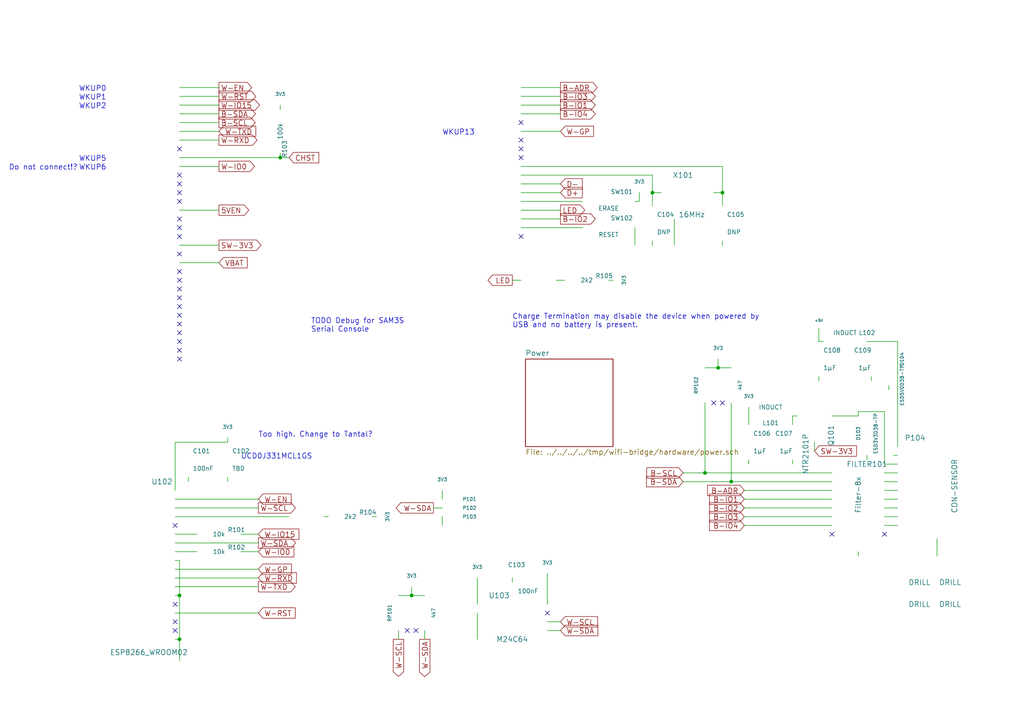
<source format=kicad_sch>
(kicad_sch (version 20230121) (generator eeschema)
  (paper "A4")
  (title_block (title "WIFI Bridge") (date "Mi 09 Sep 2015") (rev "1.0") (company "Tinkerforge GmbH") (comment 1 "Licensed under CERN OHL v.1.1") (comment 2 "Copyright (©) 2015, B.Nordmeyer <bastian@tinkerforge.com>"))
  (lib_symbols)
  (junction (at 119.38 172.72))
  (junction (at 212.09 139.7))
  (junction (at 208.28 106.68))
  (junction (at 52.07 185.42))
  (junction (at 52.07 172.72))
  (junction (at 209.55 55.88))
  (junction (at 204.47 137.16))
  (junction (at 189.23 55.88))
  (junction (at 81.28 45.72))
  (no_connect (at 151.13 43.18))
  (no_connect (at 207.01 116.84))
  (no_connect (at 52.07 91.44))
  (no_connect (at 52.07 43.18))
  (no_connect (at 158.75 177.8))
  (no_connect (at 120.65 182.88))
  (no_connect (at 52.07 55.88))
  (no_connect (at 52.07 68.58))
  (no_connect (at 50.8 175.26))
  (no_connect (at 50.8 180.34))
  (no_connect (at 52.07 50.8))
  (no_connect (at 151.13 45.72))
  (no_connect (at 151.13 35.56))
  (no_connect (at 52.07 58.42))
  (no_connect (at 52.07 99.06))
  (no_connect (at 151.13 40.64))
  (no_connect (at 52.07 101.6))
  (no_connect (at 50.8 182.88))
  (no_connect (at 52.07 96.52))
  (no_connect (at 52.07 53.34))
  (no_connect (at 52.07 78.74))
  (no_connect (at 52.07 93.98))
  (no_connect (at 52.07 81.28))
  (no_connect (at 52.07 83.82))
  (no_connect (at 256.54 154.94))
  (no_connect (at 52.07 104.14))
  (no_connect (at 50.8 152.4))
  (no_connect (at 209.55 116.84))
  (no_connect (at 52.07 86.36))
  (no_connect (at 52.07 73.66))
  (no_connect (at 52.07 88.9))
  (no_connect (at 241.3 154.94))
  (no_connect (at 118.11 182.88))
  (no_connect (at 52.07 66.04))
  (no_connect (at 52.07 63.5))
  (no_connect (at 151.13 68.58))
  (wire (pts (xy 198.12 139.7) (xy 212.09 139.7)))
  (wire (pts (xy 212.09 139.7) (xy 241.3 139.7)))
  (wire (pts (xy 138.43 177.8) (xy 138.43 185.42)))
  (wire (pts (xy 52.07 40.64) (xy 63.5 40.64)))
  (wire (pts (xy 52.07 35.56) (xy 63.5 35.56)))
  (wire (pts (xy 123.19 185.42) (xy 123.19 182.88)))
  (wire (pts (xy 162.56 55.88) (xy 151.13 55.88)))
  (wire (pts (xy 271.78 156.21) (xy 271.78 161.29)))
  (wire (pts (xy 151.13 66.04) (xy 168.91 66.04)))
  (wire (pts (xy 151.13 48.26) (xy 209.55 48.26)))
  (wire (pts (xy 50.8 142.24) (xy 50.8 128.27)))
  (wire (pts (xy 168.91 58.42) (xy 151.13 58.42)))
  (wire (pts (xy 74.93 144.78) (xy 50.8 144.78)))
  (wire (pts (xy 215.9 147.32) (xy 241.3 147.32)))
  (wire (pts (xy 212.09 116.84) (xy 212.09 139.7)))
  (wire (pts (xy 191.77 55.88) (xy 189.23 55.88)))
  (wire (pts (xy 57.15 160.02) (xy 50.8 160.02)))
  (wire (pts (xy 74.93 177.8) (xy 50.8 177.8)))
  (wire (pts (xy 151.13 25.4) (xy 162.56 25.4)))
  (wire (pts (xy 66.04 138.43) (xy 66.04 139.7)))
  (wire (pts (xy 256.54 142.24) (xy 260.35 142.24)))
  (wire (pts (xy 50.8 128.27) (xy 66.04 128.27)))
  (wire (pts (xy 52.07 172.72) (xy 52.07 185.42)))
  (wire (pts (xy 251.46 133.35) (xy 251.46 132.08)))
  (wire (pts (xy 52.07 25.4) (xy 63.5 25.4)))
  (wire (pts (xy 74.93 165.1) (xy 50.8 165.1)))
  (wire (pts (xy 189.23 71.12) (xy 189.23 69.85)))
  (wire (pts (xy 52.07 185.42) (xy 52.07 191.77)))
  (wire (pts (xy 81.28 31.75) (xy 81.28 30.48)))
  (wire (pts (xy 52.07 162.56) (xy 52.07 172.72)))
  (wire (pts (xy 50.8 185.42) (xy 52.07 185.42)))
  (wire (pts (xy 50.8 167.64) (xy 74.93 167.64)))
  (wire (pts (xy 229.87 120.65) (xy 231.14 120.65)))
  (wire (pts (xy 217.17 118.11) (xy 217.17 123.19)))
  (wire (pts (xy 74.93 157.48) (xy 50.8 157.48)))
  (wire (pts (xy 52.07 60.96) (xy 63.5 60.96)))
  (wire (pts (xy 52.07 48.26) (xy 63.5 48.26)))
  (wire (pts (xy 256.54 152.4) (xy 260.35 152.4)))
  (wire (pts (xy 63.5 27.94) (xy 52.07 27.94)))
  (wire (pts (xy 128.27 147.32) (xy 125.73 147.32)))
  (wire (pts (xy 248.92 120.65) (xy 248.92 119.38)))
  (wire (pts (xy 260.35 149.86) (xy 256.54 149.86)))
  (wire (pts (xy 151.13 30.48) (xy 162.56 30.48)))
  (wire (pts (xy 241.3 144.78) (xy 215.9 144.78)))
  (wire (pts (xy 241.3 120.65) (xy 248.92 120.65)))
  (wire (pts (xy 241.3 149.86) (xy 215.9 149.86)))
  (wire (pts (xy 151.13 50.8) (xy 189.23 50.8)))
  (wire (pts (xy 54.61 139.7) (xy 54.61 138.43)))
  (wire (pts (xy 229.87 134.62) (xy 229.87 133.35)))
  (wire (pts (xy 119.38 172.72) (xy 123.19 172.72)))
  (wire (pts (xy 151.13 27.94) (xy 162.56 27.94)))
  (wire (pts (xy 52.07 45.72) (xy 81.28 45.72)))
  (wire (pts (xy 204.47 106.68) (xy 208.28 106.68)))
  (wire (pts (xy 52.07 76.2) (xy 63.5 76.2)))
  (wire (pts (xy 260.35 99.06) (xy 260.35 129.54)))
  (wire (pts (xy 50.8 162.56) (xy 52.07 162.56)))
  (wire (pts (xy 198.12 137.16) (xy 204.47 137.16)))
  (wire (pts (xy 115.57 185.42) (xy 115.57 182.88)))
  (wire (pts (xy 148.59 168.91) (xy 148.59 167.64)))
  (wire (pts (xy 260.35 139.7) (xy 256.54 139.7)))
  (wire (pts (xy 66.04 128.27) (xy 66.04 127)))
  (wire (pts (xy 248.92 119.38) (xy 256.54 119.38)))
  (wire (pts (xy 52.07 30.48) (xy 63.5 30.48)))
  (wire (pts (xy 128.27 149.86) (xy 128.27 152.4)))
  (wire (pts (xy 209.55 48.26) (xy 209.55 55.88)))
  (wire (pts (xy 256.54 134.62) (xy 260.35 134.62)))
  (wire (pts (xy 215.9 152.4) (xy 241.3 152.4)))
  (wire (pts (xy 204.47 116.84) (xy 204.47 137.16)))
  (wire (pts (xy 151.13 60.96) (xy 162.56 60.96)))
  (wire (pts (xy 184.15 66.04) (xy 184.15 71.12)))
  (wire (pts (xy 184.15 58.42) (xy 185.42 58.42)))
  (wire (pts (xy 158.75 166.37) (xy 158.75 175.26)))
  (wire (pts (xy 257.81 113.03) (xy 257.81 111.76)))
  (wire (pts (xy 74.93 170.18) (xy 50.8 170.18)))
  (wire (pts (xy 251.46 99.06) (xy 260.35 99.06)))
  (wire (pts (xy 256.54 119.38) (xy 256.54 134.62)))
  (wire (pts (xy 176.53 81.28) (xy 177.8 81.28)))
  (wire (pts (xy 208.28 104.14) (xy 208.28 106.68)))
  (wire (pts (xy 151.13 63.5) (xy 162.56 63.5)))
  (wire (pts (xy 207.01 55.88) (xy 209.55 55.88)))
  (wire (pts (xy 256.54 147.32) (xy 260.35 147.32)))
  (wire (pts (xy 209.55 55.88) (xy 209.55 59.69)))
  (wire (pts (xy 107.95 149.86) (xy 109.22 149.86)))
  (wire (pts (xy 237.49 95.25) (xy 237.49 99.06)))
  (wire (pts (xy 256.54 137.16) (xy 260.35 137.16)))
  (wire (pts (xy 209.55 71.12) (xy 209.55 69.85)))
  (wire (pts (xy 74.93 160.02) (xy 69.85 160.02)))
  (wire (pts (xy 148.59 81.28) (xy 151.13 81.28)))
  (wire (pts (xy 259.08 132.08) (xy 260.35 132.08)))
  (wire (pts (xy 138.43 167.64) (xy 138.43 175.26)))
  (wire (pts (xy 128.27 144.78) (xy 128.27 142.24)))
  (wire (pts (xy 162.56 182.88) (xy 158.75 182.88)))
  (wire (pts (xy 204.47 137.16) (xy 241.3 137.16)))
  (wire (pts (xy 52.07 33.02) (xy 63.5 33.02)))
  (wire (pts (xy 52.07 71.12) (xy 63.5 71.12)))
  (wire (pts (xy 69.85 154.94) (xy 74.93 154.94)))
  (wire (pts (xy 158.75 180.34) (xy 162.56 180.34)))
  (wire (pts (xy 93.98 149.86) (xy 95.25 149.86)))
  (wire (pts (xy 119.38 170.18) (xy 119.38 172.72)))
  (wire (pts (xy 185.42 58.42) (xy 185.42 55.88)))
  (wire (pts (xy 81.28 44.45) (xy 81.28 45.72)))
  (wire (pts (xy 74.93 147.32) (xy 50.8 147.32)))
  (wire (pts (xy 237.49 99.06) (xy 238.76 99.06)))
  (wire (pts (xy 260.35 144.78) (xy 256.54 144.78)))
  (wire (pts (xy 50.8 149.86) (xy 83.82 149.86)))
  (wire (pts (xy 81.28 45.72) (xy 83.82 45.72)))
  (wire (pts (xy 236.22 130.81) (xy 236.22 128.27)))
  (wire (pts (xy 115.57 172.72) (xy 119.38 172.72)))
  (wire (pts (xy 50.8 172.72) (xy 52.07 172.72)))
  (wire (pts (xy 215.9 142.24) (xy 241.3 142.24)))
  (wire (pts (xy 52.07 38.1) (xy 63.5 38.1)))
  (wire (pts (xy 151.13 53.34) (xy 162.56 53.34)))
  (wire (pts (xy 161.29 81.28) (xy 163.83 81.28)))
  (wire (pts (xy 195.58 71.12) (xy 195.58 63.5)))
  (wire (pts (xy 162.56 33.02) (xy 151.13 33.02)))
  (wire (pts (xy 252.73 110.49) (xy 252.73 109.22)))
  (wire (pts (xy 50.8 154.94) (xy 57.15 154.94)))
  (wire (pts (xy 189.23 55.88) (xy 189.23 59.69)))
  (wire (pts (xy 237.49 110.49) (xy 237.49 109.22)))
  (wire (pts (xy 248.92 161.29) (xy 248.92 160.02)))
  (wire (pts (xy 189.23 50.8) (xy 189.23 55.88)))
  (wire (pts (xy 208.28 106.68) (xy 212.09 106.68)))
  (wire (pts (xy 151.13 38.1) (xy 162.56 38.1)))
  (wire (pts (xy 217.17 134.62) (xy 217.17 133.35)))
  (wire (pts (xy 229.87 123.19) (xy 229.87 120.65)))
  (text "UCD0J331MCL1GS" (at 69.85 133.35 0) (effects (font (size 1.524 1.524)) (justify left bottom)))
  (text "WKUP13" (at 128.27 39.37 0) (effects (font (size 1.524 1.524)) (justify left bottom)))
  (text "WKUP5" (at 22.86 46.99 0) (effects (font (size 1.524 1.524)) (justify left bottom)))
  (text "Charge Termination may disable the device when powered by \nUSB and no battery is present." (at 148.59 95.25 0) (effects (font (size 1.524 1.524)) (justify left bottom)))
  (text "WKUP6" (at 22.86 49.53 0) (effects (font (size 1.524 1.524)) (justify left bottom)))
  (text "Do not connect!?" (at 2.54 49.53 0) (effects (font (size 1.524 1.524)) (justify left bottom)))
  (text "WKUP0" (at 22.86 26.67 0) (effects (font (size 1.524 1.524)) (justify left bottom)))
  (text "Too high. Change to Tantal?" (at 74.93 127 0) (effects (font (size 1.524 1.524)) (justify left bottom)))
  (text "WKUP1" (at 22.86 29.21 0) (effects (font (size 1.524 1.524)) (justify left bottom)))
  (text "TODO Debug for SAM3S\nSerial Console" (at 90.17 96.52 0) (effects (font (size 1.524 1.524)) (justify left bottom)))
  (text "WKUP2" (at 22.86 31.75 0) (effects (font (size 1.524 1.524)) (justify left bottom)))
  (global_label "SW-3V3" (shape input) (at 236.22 130.81 0) (effects (font (size 1.524 1.524))) (property "Intersheetrefs" "${INTERSHEET_REFS}" (effects hide)))
  (global_label "W-RST" (shape input) (at 74.93 177.8 0) (effects (font (size 1.524 1.524))) (property "Intersheetrefs" "${INTERSHEET_REFS}" (effects hide)))
  (global_label "B-ADR" (shape input) (at 215.9 142.24 180) (effects (font (size 1.524 1.524))) (property "Intersheetrefs" "${INTERSHEET_REFS}" (effects hide)))
  (global_label "W-SCL" (shape input) (at 162.56 180.34 0) (effects (font (size 1.524 1.524))) (property "Intersheetrefs" "${INTERSHEET_REFS}" (effects hide)))
  (global_label "W-RST" (shape output) (at 63.5 27.94 0) (effects (font (size 1.524 1.524))) (property "Intersheetrefs" "${INTERSHEET_REFS}" (effects hide)))
  (global_label "W-IO0" (shape input) (at 74.93 160.02 0) (effects (font (size 1.524 1.524))) (property "Intersheetrefs" "${INTERSHEET_REFS}" (effects hide)))
  (global_label "W-SDA" (shape output) (at 123.19 185.42 270) (effects (font (size 1.524 1.524))) (property "Intersheetrefs" "${INTERSHEET_REFS}" (effects hide)))
  (global_label "B-IO3" (shape output) (at 162.56 27.94 0) (effects (font (size 1.524 1.524))) (property "Intersheetrefs" "${INTERSHEET_REFS}" (effects hide)))
  (global_label "B-IO4" (shape output) (at 162.56 33.02 0) (effects (font (size 1.524 1.524))) (property "Intersheetrefs" "${INTERSHEET_REFS}" (effects hide)))
  (global_label "W-TXD" (shape input) (at 63.5 38.1 0) (effects (font (size 1.524 1.524))) (property "Intersheetrefs" "${INTERSHEET_REFS}" (effects hide)))
  (global_label "W-IO15" (shape output) (at 63.5 30.48 0) (effects (font (size 1.524 1.524))) (property "Intersheetrefs" "${INTERSHEET_REFS}" (effects hide)))
  (global_label "W-RXD" (shape input) (at 74.93 167.64 0) (effects (font (size 1.524 1.524))) (property "Intersheetrefs" "${INTERSHEET_REFS}" (effects hide)))
  (global_label "D-" (shape input) (at 162.56 53.34 0) (effects (font (size 1.524 1.524))) (property "Intersheetrefs" "${INTERSHEET_REFS}" (effects hide)))
  (global_label "W-EN" (shape output) (at 63.5 25.4 0) (effects (font (size 1.524 1.524))) (property "Intersheetrefs" "${INTERSHEET_REFS}" (effects hide)))
  (global_label "B-SCL" (shape input) (at 198.12 137.16 180) (effects (font (size 1.524 1.524))) (property "Intersheetrefs" "${INTERSHEET_REFS}" (effects hide)))
  (global_label "W-EN" (shape input) (at 74.93 144.78 0) (effects (font (size 1.524 1.524))) (property "Intersheetrefs" "${INTERSHEET_REFS}" (effects hide)))
  (global_label "D+" (shape input) (at 162.56 55.88 0) (effects (font (size 1.524 1.524))) (property "Intersheetrefs" "${INTERSHEET_REFS}" (effects hide)))
  (global_label "B-SCL" (shape output) (at 63.5 35.56 0) (effects (font (size 1.524 1.524))) (property "Intersheetrefs" "${INTERSHEET_REFS}" (effects hide)))
  (global_label "W-SCL" (shape output) (at 74.93 147.32 0) (effects (font (size 1.524 1.524))) (property "Intersheetrefs" "${INTERSHEET_REFS}" (effects hide)))
  (global_label "LED" (shape output) (at 148.59 81.28 180) (effects (font (size 1.524 1.524))) (property "Intersheetrefs" "${INTERSHEET_REFS}" (effects hide)))
  (global_label "VBAT" (shape input) (at 63.5 76.2 0) (effects (font (size 1.524 1.524))) (property "Intersheetrefs" "${INTERSHEET_REFS}" (effects hide)))
  (global_label "SW-3V3" (shape output) (at 63.5 71.12 0) (effects (font (size 1.524 1.524))) (property "Intersheetrefs" "${INTERSHEET_REFS}" (effects hide)))
  (global_label "B-IO1" (shape input) (at 215.9 144.78 180) (effects (font (size 1.524 1.524))) (property "Intersheetrefs" "${INTERSHEET_REFS}" (effects hide)))
  (global_label "W-RXD" (shape output) (at 63.5 40.64 0) (effects (font (size 1.524 1.524))) (property "Intersheetrefs" "${INTERSHEET_REFS}" (effects hide)))
  (global_label "B-IO3" (shape input) (at 215.9 149.86 180) (effects (font (size 1.524 1.524))) (property "Intersheetrefs" "${INTERSHEET_REFS}" (effects hide)))
  (global_label "CHST" (shape input) (at 83.82 45.72 0) (effects (font (size 1.524 1.524))) (property "Intersheetrefs" "${INTERSHEET_REFS}" (effects hide)))
  (global_label "W-GP" (shape input) (at 74.93 165.1 0) (effects (font (size 1.524 1.524))) (property "Intersheetrefs" "${INTERSHEET_REFS}" (effects hide)))
  (global_label "B-SDA" (shape input) (at 198.12 139.7 180) (effects (font (size 1.524 1.524))) (property "Intersheetrefs" "${INTERSHEET_REFS}" (effects hide)))
  (global_label "W-IO15" (shape input) (at 74.93 154.94 0) (effects (font (size 1.524 1.524))) (property "Intersheetrefs" "${INTERSHEET_REFS}" (effects hide)))
  (global_label "5VEN" (shape output) (at 63.5 60.96 0) (effects (font (size 1.524 1.524))) (property "Intersheetrefs" "${INTERSHEET_REFS}" (effects hide)))
  (global_label "W-SDA" (shape input) (at 162.56 182.88 0) (effects (font (size 1.524 1.524))) (property "Intersheetrefs" "${INTERSHEET_REFS}" (effects hide)))
  (global_label "W-TXD" (shape output) (at 74.93 170.18 0) (effects (font (size 1.524 1.524))) (property "Intersheetrefs" "${INTERSHEET_REFS}" (effects hide)))
  (global_label "W-SDA" (shape output) (at 125.73 147.32 180) (effects (font (size 1.524 1.524))) (property "Intersheetrefs" "${INTERSHEET_REFS}" (effects hide)))
  (global_label "LED" (shape output) (at 162.56 60.96 0) (effects (font (size 1.524 1.524))) (property "Intersheetrefs" "${INTERSHEET_REFS}" (effects hide)))
  (global_label "B-SDA" (shape output) (at 63.5 33.02 0) (effects (font (size 1.524 1.524))) (property "Intersheetrefs" "${INTERSHEET_REFS}" (effects hide)))
  (global_label "B-IO2" (shape input) (at 215.9 147.32 180) (effects (font (size 1.524 1.524))) (property "Intersheetrefs" "${INTERSHEET_REFS}" (effects hide)))
  (global_label "B-ADR" (shape output) (at 162.56 25.4 0) (effects (font (size 1.524 1.524))) (property "Intersheetrefs" "${INTERSHEET_REFS}" (effects hide)))
  (global_label "B-IO4" (shape input) (at 215.9 152.4 180) (effects (font (size 1.524 1.524))) (property "Intersheetrefs" "${INTERSHEET_REFS}" (effects hide)))
  (global_label "W-GP" (shape input) (at 162.56 38.1 0) (effects (font (size 1.524 1.524))) (property "Intersheetrefs" "${INTERSHEET_REFS}" (effects hide)))
  (global_label "W-IO0" (shape output) (at 63.5 48.26 0) (effects (font (size 1.524 1.524))) (property "Intersheetrefs" "${INTERSHEET_REFS}" (effects hide)))
  (global_label "W-SCL" (shape output) (at 115.57 185.42 270) (effects (font (size 1.524 1.524))) (property "Intersheetrefs" "${INTERSHEET_REFS}" (effects hide)))
  (global_label "W-SDA" (shape output) (at 74.93 157.48 0) (effects (font (size 1.524 1.524))) (property "Intersheetrefs" "${INTERSHEET_REFS}" (effects hide)))
  (global_label "B-IO2" (shape output) (at 162.56 63.5 0) (effects (font (size 1.524 1.524))) (property "Intersheetrefs" "${INTERSHEET_REFS}" (effects hide)))
  (global_label "B-IO1" (shape output) (at 162.56 30.48 0) (effects (font (size 1.524 1.524))) (property "Intersheetrefs" "${INTERSHEET_REFS}" (effects hide)))
  (symbol (lib_id "AT91SAM3SXB") (at 22.86 22.86 0) (unit 1)
    (property "Reference" "U101" (at 24.13 21.59 0) (effects (font (size 1.524 1.524))))
    (property "Value" "AT91SAM3SXB" (at 38.1 21.59 0) (effects (font (size 1.524 1.524))))
    (property "Footprint" "kicad-libraries:LQFP64" (effects hide))
  )
  (symbol (lib_id "AT91SAM3SXB") (at 127 22.86 0) (unit 2)
    (property "Reference" "U101" (at 128.27 21.59 0) (effects (font (size 1.524 1.524))))
    (property "Value" "AT91SAM3SXB" (at 142.24 21.59 0) (effects (font (size 1.524 1.524))))
    (property "Footprint" "kicad-libraries:LQFP64" (effects hide))
  )
  (symbol (lib_id "DRILL") (at 266.7 168.91 0) (unit 1)
    (property "Reference" "U104" (effects hide))
    (property "Value" "DRILL" (at 266.7 168.91 0) (effects (font (size 1.524 1.524))))
    (property "Footprint" "kicad-libraries:DRILL_NP" (effects hide))
  )
  (symbol (lib_id "DRILL") (at 275.59 168.91 0) (unit 1)
    (property "Reference" "U106" (effects hide))
    (property "Value" "DRILL" (at 275.59 168.91 0) (effects (font (size 1.524 1.524))))
    (property "Footprint" "kicad-libraries:DRILL_NP" (effects hide))
  )
  (symbol (lib_id "DRILL") (at 275.59 175.26 0) (unit 1)
    (property "Reference" "U107" (effects hide))
    (property "Value" "DRILL" (at 275.59 175.26 0) (effects (font (size 1.524 1.524))))
    (property "Footprint" "kicad-libraries:DRILL_NP" (effects hide))
  )
  (symbol (lib_id "DRILL") (at 266.7 175.26 0) (unit 1)
    (property "Reference" "U105" (effects hide))
    (property "Value" "DRILL" (at 266.7 175.26 0) (effects (font (size 1.524 1.524))))
    (property "Footprint" "kicad-libraries:DRILL_NP" (effects hide))
  )
  (symbol (lib_id "ESP8266_WROOM02") (at 46.99 163.83 0) (mirror y) (unit 1)
    (property "Reference" "U102" (at 46.99 139.7 0) (effects (font (size 1.524 1.524))))
    (property "Value" "ESP8266_WROOM02" (at 43.18 189.23 0) (effects (font (size 1.524 1.524))))
    (property "Footprint" "kicad-libraries:ESP8266_WROOM02" (effects hide))
  )
  (symbol (lib_id "CON-SENSOR") (at 271.78 140.97 0) (unit 1)
    (property "Reference" "P104" (at 265.43 127 0) (effects (font (size 1.524 1.524))))
    (property "Value" "CON-SENSOR" (at 276.86 140.97 90) (effects (font (size 1.524 1.524))))
    (property "Footprint" "kicad-libraries:CON-SENSOR" (effects hide))
  )
  (symbol (lib_id "Filter-8x") (at 248.92 146.05 0) (mirror y) (unit 1)
    (property "Reference" "FILTER101" (at 251.46 134.62 0) (effects (font (size 1.524 1.524))))
    (property "Value" "Filter-8x" (at 248.92 143.51 90) (effects (font (size 1.524 1.524))))
    (property "Footprint" "kicad-libraries:DFN16-33x135" (effects hide))
  )
  (symbol (lib_id "INDUCT") (at 245.11 99.06 270) (unit 1)
    (property "Reference" "L102" (at 251.46 96.52 90))
    (property "Value" "INDUCT" (at 245.11 96.52 90))
    (property "Footprint" "kicad-libraries:0603E" (effects hide))
  )
  (symbol (lib_id "C") (at 252.73 104.14 0) (unit 1)
    (property "Reference" "C109" (at 247.65 101.6 0) (effects (justify left)))
    (property "Value" "1µF" (at 248.92 106.68 0) (effects (justify left)))
    (property "Footprint" "kicad-libraries:0603E" (effects hide))
  )
  (symbol (lib_id "C") (at 237.49 104.14 0) (unit 1)
    (property "Reference" "C108" (at 238.76 101.6 0) (effects (justify left)))
    (property "Value" "1µF" (at 238.76 106.68 0) (effects (justify left)))
    (property "Footprint" "kicad-libraries:0603E" (effects hide))
  )
  (symbol (lib_id "GND") (at 237.49 110.49 0) (unit 1)
    (property "Reference" "#PWR01" (effects hide))
    (property "Value" "GND" (effects hide))
  )
  (symbol (lib_id "GND") (at 252.73 110.49 0) (unit 1)
    (property "Reference" "#PWR02" (effects hide))
    (property "Value" "GND" (effects hide))
  )
  (symbol (lib_id "+5V") (at 237.49 95.25 0) (unit 1)
    (property "Reference" "#PWR03" (effects hide))
    (property "Value" "+5V" (at 237.49 92.964 0) (effects (font (size 0.762 0.762))))
  )
  (symbol (lib_id "MOS_P") (at 236.22 123.19 270) (mirror x) (unit 1)
    (property "Reference" "Q101" (at 241.046 123.19 0) (effects (font (size 1.524 1.524)) (justify right)))
    (property "Value" "NTR2101P" (at 233.68 125.73 0) (effects (font (size 1.524 1.524)) (justify right)))
    (property "Footprint" "kicad-libraries:SOT23GDS" (effects hide))
  )
  (symbol (lib_id "GND") (at 259.08 132.08 270) (unit 1)
    (property "Reference" "#PWR04" (effects hide))
    (property "Value" "GND" (effects hide))
  )
  (symbol (lib_id "GND") (at 271.78 161.29 0) (unit 1)
    (property "Reference" "#PWR05" (effects hide))
    (property "Value" "GND" (effects hide))
  )
  (symbol (lib_id "C") (at 229.87 128.27 0) (unit 1)
    (property "Reference" "C107" (at 224.79 125.73 0) (effects (justify left)))
    (property "Value" "1µF" (at 226.06 130.81 0) (effects (justify left)))
    (property "Footprint" "kicad-libraries:0603E" (effects hide))
  )
  (symbol (lib_id "INDUCT") (at 223.52 120.65 270) (unit 1)
    (property "Reference" "L101" (at 223.52 122.682 90))
    (property "Value" "INDUCT" (at 223.52 118.11 90))
    (property "Footprint" "kicad-libraries:0603E" (effects hide))
  )
  (symbol (lib_id "C") (at 217.17 128.27 0) (unit 1)
    (property "Reference" "C106" (at 218.44 125.73 0) (effects (justify left)))
    (property "Value" "1µF" (at 218.44 130.81 0) (effects (justify left)))
    (property "Footprint" "kicad-libraries:0603E" (effects hide))
  )
  (symbol (lib_id "GND") (at 217.17 134.62 0) (unit 1)
    (property "Reference" "#PWR06" (effects hide))
    (property "Value" "GND" (effects hide))
  )
  (symbol (lib_id "GND") (at 229.87 134.62 0) (unit 1)
    (property "Reference" "#PWR07" (effects hide))
    (property "Value" "GND" (effects hide))
  )
  (symbol (lib_id "3V3") (at 217.17 118.11 0) (unit 1)
    (property "Reference" "#PWR08" (effects hide))
    (property "Value" "3V3" (at 217.17 114.935 0) (effects (font (size 1.016 1.016))))
  )
  (symbol (lib_id "GND") (at 248.92 161.29 0) (unit 1)
    (property "Reference" "#PWR09" (effects hide))
    (property "Value" "GND" (effects hide))
  )
  (symbol (lib_id "CP1") (at 66.04 133.35 0) (unit 1)
    (property "Reference" "C102" (at 67.31 130.81 0) (effects (justify left)))
    (property "Value" "TBD" (at 67.31 135.89 0) (effects (justify left)))
    (property "Footprint" "kicad-libraries:7343" (effects hide))
  )
  (symbol (lib_id "C") (at 54.61 133.35 0) (unit 1)
    (property "Reference" "C101" (at 55.88 130.81 0) (effects (justify left)))
    (property "Value" "100nF" (at 55.88 135.89 0) (effects (justify left)))
    (property "Footprint" "kicad-libraries:0603E" (effects hide))
  )
  (symbol (lib_id "GND") (at 54.61 139.7 0) (unit 1)
    (property "Reference" "#PWR010" (effects hide))
    (property "Value" "GND" (effects hide))
  )
  (symbol (lib_id "GND") (at 66.04 139.7 0) (unit 1)
    (property "Reference" "#PWR011" (effects hide))
    (property "Value" "GND" (effects hide))
  )
  (symbol (lib_id "3V3") (at 66.04 127 0) (unit 1)
    (property "Reference" "#PWR012" (effects hide))
    (property "Value" "3V3" (at 66.04 123.825 0) (effects (font (size 1.016 1.016))))
  )
  (symbol (lib_id "GND") (at 52.07 191.77 0) (unit 1)
    (property "Reference" "#PWR013" (effects hide))
    (property "Value" "GND" (effects hide))
  )
  (symbol (lib_id "R") (at 63.5 160.02 270) (unit 1)
    (property "Reference" "R102" (at 68.58 158.75 90))
    (property "Value" "10k" (at 63.5 160.02 90))
    (property "Footprint" "kicad-libraries:0603E" (effects hide))
  )
  (symbol (lib_id "R") (at 63.5 154.94 270) (unit 1)
    (property "Reference" "R101" (at 68.58 153.67 90))
    (property "Value" "10k" (at 63.5 154.94 90))
    (property "Footprint" "kicad-libraries:0603E" (effects hide))
  )
  (symbol (lib_id "CRYSTAL_3225") (at 199.39 55.88 0) (unit 1)
    (property "Reference" "X101" (at 198.12 50.8 0) (effects (font (size 1.524 1.524))))
    (property "Value" "16MHz" (at 200.66 62.23 0) (effects (font (size 1.524 1.524))))
    (property "Footprint" "kicad-libraries:CRYSTAL_3225" (effects hide))
  )
  (symbol (lib_id "C") (at 189.23 64.77 0) (unit 1)
    (property "Reference" "C104" (at 190.5 62.23 0) (effects (justify left)))
    (property "Value" "DNP" (at 190.5 67.31 0) (effects (justify left)))
    (property "Footprint" "kicad-libraries:0603E" (effects hide))
  )
  (symbol (lib_id "C") (at 209.55 64.77 0) (unit 1)
    (property "Reference" "C105" (at 210.82 62.23 0) (effects (justify left)))
    (property "Value" "DNP" (at 210.82 67.31 0) (effects (justify left)))
    (property "Footprint" "kicad-libraries:0603E" (effects hide))
  )
  (symbol (lib_id "GND") (at 189.23 71.12 0) (unit 1)
    (property "Reference" "#PWR014" (effects hide))
    (property "Value" "GND" (effects hide))
  )
  (symbol (lib_id "GND") (at 209.55 71.12 0) (unit 1)
    (property "Reference" "#PWR015" (effects hide))
    (property "Value" "GND" (effects hide))
  )
  (symbol (lib_id "GND") (at 195.58 71.12 0) (unit 1)
    (property "Reference" "#PWR016" (effects hide))
    (property "Value" "GND" (effects hide))
  )
  (symbol (lib_id "TACT-SWITCH") (at 176.53 66.04 0) (unit 1)
    (property "Reference" "SW102" (at 180.34 63.246 0))
    (property "Value" "RESET" (at 176.53 68.072 0))
    (property "Footprint" "kicad-libraries:TACT-SWITCH" (effects hide))
  )
  (symbol (lib_id "TACT-SWITCH") (at 176.53 58.42 0) (unit 1)
    (property "Reference" "SW101" (at 180.34 55.626 0))
    (property "Value" "ERASE" (at 176.53 60.452 0))
    (property "Footprint" "kicad-libraries:TACT-SWITCH" (effects hide))
  )
  (symbol (lib_id "GND") (at 184.15 71.12 0) (unit 1)
    (property "Reference" "#PWR017" (effects hide))
    (property "Value" "GND" (effects hide))
  )
  (symbol (lib_id "CAT24C") (at 148.59 185.42 0) (unit 1)
    (property "Reference" "U103" (at 144.78 172.72 0) (effects (font (size 1.524 1.524))))
    (property "Value" "M24C64" (at 148.59 185.42 0) (effects (font (size 1.524 1.524))))
    (property "Footprint" "kicad-libraries:SOIC8" (effects hide))
  )
  (symbol (lib_id "GND") (at 138.43 185.42 0) (unit 1)
    (property "Reference" "#PWR018" (effects hide))
    (property "Value" "GND" (effects hide))
  )
  (symbol (lib_id "C") (at 153.67 167.64 90) (unit 1)
    (property "Reference" "C103" (at 152.4 163.83 90) (effects (justify left)))
    (property "Value" "100nF" (at 156.21 171.45 90) (effects (justify left)))
    (property "Footprint" "kicad-libraries:0603E" (effects hide))
  )
  (symbol (lib_id "GND") (at 148.59 168.91 0) (unit 1)
    (property "Reference" "#PWR019" (effects hide))
    (property "Value" "GND" (effects hide))
  )
  (symbol (lib_id "3V3") (at 158.75 166.37 0) (unit 1)
    (property "Reference" "#PWR020" (effects hide))
    (property "Value" "3V3" (at 158.75 163.195 0) (effects (font (size 1.016 1.016))))
  )
  (symbol (lib_id "R_PACK4") (at 124.46 177.8 90) (mirror x) (unit 1)
    (property "Reference" "RP101" (at 113.03 177.8 0) (effects (font (size 1.016 1.016))))
    (property "Value" "4k7" (at 125.73 177.8 0) (effects (font (size 1.016 1.016))))
    (property "Footprint" "kicad-libraries:0603X4" (effects hide))
  )
  (symbol (lib_id "3V3") (at 119.38 170.18 0) (unit 1)
    (property "Reference" "#PWR021" (effects hide))
    (property "Value" "3V3" (at 119.38 167.005 0) (effects (font (size 1.016 1.016))))
  )
  (symbol (lib_id "LED") (at 88.9 149.86 180) (unit 1)
    (property "Reference" "D101" (at 88.9 152.4 0))
    (property "Value" "LED" (at 88.9 147.32 0))
    (property "Footprint" "kicad-libraries:0603E" (effects hide))
  )
  (symbol (lib_id "R") (at 101.6 149.86 270) (unit 1)
    (property "Reference" "R104" (at 106.68 148.59 90))
    (property "Value" "2k2" (at 101.6 149.86 90))
    (property "Footprint" "kicad-libraries:0603E" (effects hide))
  )
  (symbol (lib_id "3V3") (at 109.22 149.86 270) (unit 1)
    (property "Reference" "#PWR022" (effects hide))
    (property "Value" "3V3" (at 112.395 149.86 0) (effects (font (size 1.016 1.016))))
  )
  (symbol (lib_id "R_PACK4") (at 213.36 111.76 90) (mirror x) (unit 1)
    (property "Reference" "RP102" (at 201.93 111.76 0) (effects (font (size 1.016 1.016))))
    (property "Value" "4k7" (at 214.63 111.76 0) (effects (font (size 1.016 1.016))))
    (property "Footprint" "kicad-libraries:0603X4" (effects hide))
  )
  (symbol (lib_id "3V3") (at 208.28 104.14 0) (unit 1)
    (property "Reference" "#PWR023" (effects hide))
    (property "Value" "3V3" (at 208.28 100.965 0) (effects (font (size 1.016 1.016))))
  )
  (symbol (lib_id "3V3") (at 138.43 167.64 0) (unit 1)
    (property "Reference" "#PWR024" (effects hide))
    (property "Value" "3V3" (at 138.43 164.465 0) (effects (font (size 1.016 1.016))))
  )
  (symbol (lib_id "R") (at 81.28 38.1 180) (unit 1)
    (property "Reference" "R103" (at 82.55 43.18 90))
    (property "Value" "100k" (at 81.28 38.1 90))
    (property "Footprint" "kicad-libraries:0603E" (effects hide))
  )
  (symbol (lib_id "3V3") (at 81.28 30.48 0) (unit 1)
    (property "Reference" "#PWR025" (effects hide))
    (property "Value" "3V3" (at 81.28 27.305 0) (effects (font (size 1.016 1.016))))
  )
  (symbol (lib_id "LED") (at 156.21 81.28 180) (unit 1)
    (property "Reference" "D102" (at 156.21 83.82 0))
    (property "Value" "LED" (at 156.21 78.74 0))
    (property "Footprint" "kicad-libraries:0603E" (effects hide))
  )
  (symbol (lib_id "R") (at 170.18 81.28 270) (unit 1)
    (property "Reference" "R105" (at 175.26 80.01 90))
    (property "Value" "2k2" (at 170.18 81.28 90))
    (property "Footprint" "kicad-libraries:0603E" (effects hide))
  )
  (symbol (lib_id "3V3") (at 177.8 81.28 270) (unit 1)
    (property "Reference" "#PWR026" (effects hide))
    (property "Value" "3V3" (at 180.975 81.28 0) (effects (font (size 1.016 1.016))))
  )
  (symbol (lib_id "CONN_1") (at 132.08 144.78 0) (unit 1)
    (property "Reference" "P101" (at 134.112 144.78 0) (effects (font (size 1.016 1.016)) (justify left)))
    (property "Value" "CONN_1" (effects hide))
    (property "Footprint" "kicad-libraries:TSTPT" (effects hide))
  )
  (symbol (lib_id "CONN_1") (at 132.08 147.32 0) (unit 1)
    (property "Reference" "P102" (at 134.112 147.32 0) (effects (font (size 1.016 1.016)) (justify left)))
    (property "Value" "CONN_1" (effects hide))
    (property "Footprint" "kicad-libraries:TSTPT" (effects hide))
  )
  (symbol (lib_id "CONN_1") (at 132.08 149.86 0) (unit 1)
    (property "Reference" "P103" (at 134.112 149.86 0) (effects (font (size 1.016 1.016)) (justify left)))
    (property "Value" "CONN_1" (effects hide))
    (property "Footprint" "kicad-libraries:TSTPT" (effects hide))
  )
  (symbol (lib_id "GND") (at 128.27 152.4 0) (unit 1)
    (property "Reference" "#PWR027" (effects hide))
    (property "Value" "GND" (effects hide))
  )
  (symbol (lib_id "3V3") (at 128.27 142.24 0) (unit 1)
    (property "Reference" "#PWR028" (effects hide))
    (property "Value" "3V3" (at 128.27 139.065 0) (effects (font (size 1.016 1.016))))
  )
  (symbol (lib_id "TVS") (at 257.81 105.41 270) (unit 1)
    (property "Reference" "D104" (at 261.62 104.14 0) (effects (font (size 1.016 1.016))))
    (property "Value" "ESD5V0D3B-TP" (at 261.62 111.76 0) (effects (font (size 1.016 1.016))))
    (property "Footprint" "kicad-libraries:SOD-323" (effects hide))
  )
  (symbol (lib_id "GND") (at 251.46 133.35 0) (unit 1)
    (property "Reference" "#PWR029" (effects hide))
    (property "Value" "GND" (effects hide))
  )
  (symbol (lib_id "GND") (at 257.81 113.03 0) (unit 1)
    (property "Reference" "#PWR030" (effects hide))
    (property "Value" "GND" (effects hide))
  )
  (symbol (lib_id "TVS") (at 251.46 125.73 270) (unit 1)
    (property "Reference" "D103" (at 248.92 125.73 0) (effects (font (size 1.016 1.016))))
    (property "Value" "ESD3V3D3B-TP" (at 254 125.73 0) (effects (font (size 1.016 1.016))))
    (property "Footprint" "kicad-libraries:SOD-323" (effects hide))
  )
  (symbol (lib_id "3V3") (at 185.42 55.88 0) (unit 1)
    (property "Reference" "#PWR031" (effects hide))
    (property "Value" "3V3" (at 185.42 52.705 0) (effects (font (size 1.016 1.016))))
  )
  (sheet (at 152.4 104.14) (size 25.4 25.4)
    (property "Sheetname" "Power" (at 152.4 103.3014 0) (effects (font (size 1.524 1.524)) (justify left bottom)))
    (property "Sheetfile" "../../../../tmp/wifi-bridge/hardware/power.sch" (at 152.4 130.2262 0) (effects (font (size 1.524 1.524)) (justify left top)))
  )
)
</source>
